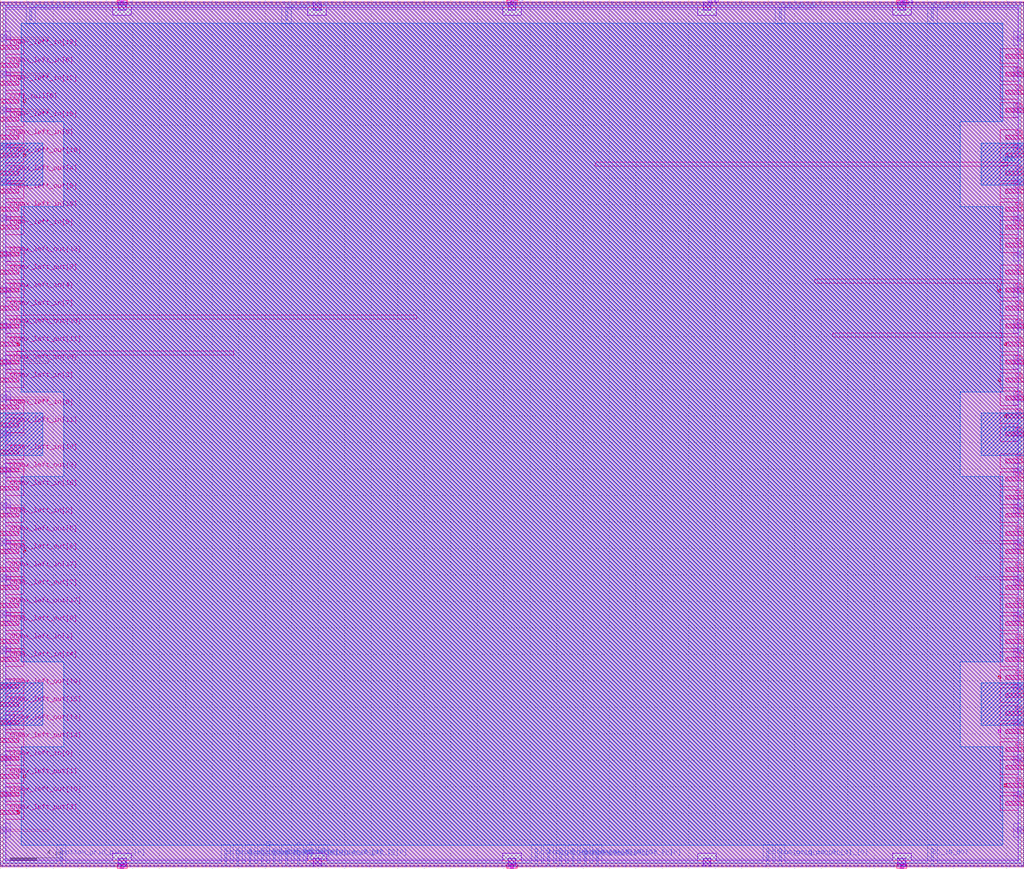
<source format=lef>
VERSION 5.7 ;
BUSBITCHARS "[]" ;

UNITS
  DATABASE MICRONS 1000 ;
END UNITS

MANUFACTURINGGRID 0.005 ;

LAYER li1
  TYPE ROUTING ;
  DIRECTION VERTICAL ;
  PITCH 0.46 ;
  WIDTH 0.17 ;
END li1

LAYER mcon
  TYPE CUT ;
END mcon

LAYER met1
  TYPE ROUTING ;
  DIRECTION HORIZONTAL ;
  PITCH 0.34 ;
  WIDTH 0.14 ;
END met1

LAYER via
  TYPE CUT ;
END via

LAYER met2
  TYPE ROUTING ;
  DIRECTION VERTICAL ;
  PITCH 0.46 ;
  WIDTH 0.14 ;
END met2

LAYER via2
  TYPE CUT ;
END via2

LAYER met3
  TYPE ROUTING ;
  DIRECTION HORIZONTAL ;
  PITCH 0.68 ;
  WIDTH 0.3 ;
END met3

LAYER via3
  TYPE CUT ;
END via3

LAYER met4
  TYPE ROUTING ;
  DIRECTION VERTICAL ;
  PITCH 0.92 ;
  WIDTH 0.3 ;
END met4

LAYER via4
  TYPE CUT ;
END via4

LAYER met5
  TYPE ROUTING ;
  DIRECTION HORIZONTAL ;
  PITCH 3.4 ;
  WIDTH 1.6 ;
END met5

LAYER nwell
  TYPE MASTERSLICE ;
END nwell

LAYER pwell
  TYPE MASTERSLICE ;
END pwell

LAYER OVERLAP
  TYPE OVERLAP ;
END OVERLAP

VIA L1M1_PR
  LAYER li1 ;
    RECT -0.085 -0.085 0.085 0.085 ;
  LAYER mcon ;
    RECT -0.085 -0.085 0.085 0.085 ;
  LAYER met1 ;
    RECT -0.145 -0.115 0.145 0.115 ;
END L1M1_PR

VIA L1M1_PR_R
  LAYER li1 ;
    RECT -0.085 -0.085 0.085 0.085 ;
  LAYER mcon ;
    RECT -0.085 -0.085 0.085 0.085 ;
  LAYER met1 ;
    RECT -0.115 -0.145 0.115 0.145 ;
END L1M1_PR_R

VIA L1M1_PR_M
  LAYER li1 ;
    RECT -0.085 -0.085 0.085 0.085 ;
  LAYER mcon ;
    RECT -0.085 -0.085 0.085 0.085 ;
  LAYER met1 ;
    RECT -0.115 -0.145 0.115 0.145 ;
END L1M1_PR_M

VIA L1M1_PR_MR
  LAYER li1 ;
    RECT -0.085 -0.085 0.085 0.085 ;
  LAYER mcon ;
    RECT -0.085 -0.085 0.085 0.085 ;
  LAYER met1 ;
    RECT -0.145 -0.115 0.145 0.115 ;
END L1M1_PR_MR

VIA L1M1_PR_C
  LAYER li1 ;
    RECT -0.085 -0.085 0.085 0.085 ;
  LAYER mcon ;
    RECT -0.085 -0.085 0.085 0.085 ;
  LAYER met1 ;
    RECT -0.145 -0.145 0.145 0.145 ;
END L1M1_PR_C

VIA M1M2_PR
  LAYER met1 ;
    RECT -0.16 -0.13 0.16 0.13 ;
  LAYER via ;
    RECT -0.075 -0.075 0.075 0.075 ;
  LAYER met2 ;
    RECT -0.13 -0.16 0.13 0.16 ;
END M1M2_PR

VIA M1M2_PR_Enc
  LAYER met1 ;
    RECT -0.16 -0.13 0.16 0.13 ;
  LAYER via ;
    RECT -0.075 -0.075 0.075 0.075 ;
  LAYER met2 ;
    RECT -0.16 -0.13 0.16 0.13 ;
END M1M2_PR_Enc

VIA M1M2_PR_R
  LAYER met1 ;
    RECT -0.13 -0.16 0.13 0.16 ;
  LAYER via ;
    RECT -0.075 -0.075 0.075 0.075 ;
  LAYER met2 ;
    RECT -0.16 -0.13 0.16 0.13 ;
END M1M2_PR_R

VIA M1M2_PR_R_Enc
  LAYER met1 ;
    RECT -0.13 -0.16 0.13 0.16 ;
  LAYER via ;
    RECT -0.075 -0.075 0.075 0.075 ;
  LAYER met2 ;
    RECT -0.13 -0.16 0.13 0.16 ;
END M1M2_PR_R_Enc

VIA M1M2_PR_M
  LAYER met1 ;
    RECT -0.16 -0.13 0.16 0.13 ;
  LAYER via ;
    RECT -0.075 -0.075 0.075 0.075 ;
  LAYER met2 ;
    RECT -0.16 -0.13 0.16 0.13 ;
END M1M2_PR_M

VIA M1M2_PR_M_Enc
  LAYER met1 ;
    RECT -0.16 -0.13 0.16 0.13 ;
  LAYER via ;
    RECT -0.075 -0.075 0.075 0.075 ;
  LAYER met2 ;
    RECT -0.13 -0.16 0.13 0.16 ;
END M1M2_PR_M_Enc

VIA M1M2_PR_MR
  LAYER met1 ;
    RECT -0.13 -0.16 0.13 0.16 ;
  LAYER via ;
    RECT -0.075 -0.075 0.075 0.075 ;
  LAYER met2 ;
    RECT -0.13 -0.16 0.13 0.16 ;
END M1M2_PR_MR

VIA M1M2_PR_MR_Enc
  LAYER met1 ;
    RECT -0.13 -0.16 0.13 0.16 ;
  LAYER via ;
    RECT -0.075 -0.075 0.075 0.075 ;
  LAYER met2 ;
    RECT -0.16 -0.13 0.16 0.13 ;
END M1M2_PR_MR_Enc

VIA M1M2_PR_C
  LAYER met1 ;
    RECT -0.16 -0.16 0.16 0.16 ;
  LAYER via ;
    RECT -0.075 -0.075 0.075 0.075 ;
  LAYER met2 ;
    RECT -0.16 -0.16 0.16 0.16 ;
END M1M2_PR_C

VIA M2M3_PR
  LAYER met2 ;
    RECT -0.14 -0.185 0.14 0.185 ;
  LAYER via2 ;
    RECT -0.1 -0.1 0.1 0.1 ;
  LAYER met3 ;
    RECT -0.165 -0.165 0.165 0.165 ;
END M2M3_PR

VIA M2M3_PR_R
  LAYER met2 ;
    RECT -0.185 -0.14 0.185 0.14 ;
  LAYER via2 ;
    RECT -0.1 -0.1 0.1 0.1 ;
  LAYER met3 ;
    RECT -0.165 -0.165 0.165 0.165 ;
END M2M3_PR_R

VIA M2M3_PR_M
  LAYER met2 ;
    RECT -0.14 -0.185 0.14 0.185 ;
  LAYER via2 ;
    RECT -0.1 -0.1 0.1 0.1 ;
  LAYER met3 ;
    RECT -0.165 -0.165 0.165 0.165 ;
END M2M3_PR_M

VIA M2M3_PR_MR
  LAYER met2 ;
    RECT -0.185 -0.14 0.185 0.14 ;
  LAYER via2 ;
    RECT -0.1 -0.1 0.1 0.1 ;
  LAYER met3 ;
    RECT -0.165 -0.165 0.165 0.165 ;
END M2M3_PR_MR

VIA M2M3_PR_C
  LAYER met2 ;
    RECT -0.185 -0.185 0.185 0.185 ;
  LAYER via2 ;
    RECT -0.1 -0.1 0.1 0.1 ;
  LAYER met3 ;
    RECT -0.165 -0.165 0.165 0.165 ;
END M2M3_PR_C

VIA M3M4_PR
  LAYER met3 ;
    RECT -0.19 -0.16 0.19 0.16 ;
  LAYER via3 ;
    RECT -0.1 -0.1 0.1 0.1 ;
  LAYER met4 ;
    RECT -0.165 -0.165 0.165 0.165 ;
END M3M4_PR

VIA M3M4_PR_R
  LAYER met3 ;
    RECT -0.16 -0.19 0.16 0.19 ;
  LAYER via3 ;
    RECT -0.1 -0.1 0.1 0.1 ;
  LAYER met4 ;
    RECT -0.165 -0.165 0.165 0.165 ;
END M3M4_PR_R

VIA M3M4_PR_M
  LAYER met3 ;
    RECT -0.19 -0.16 0.19 0.16 ;
  LAYER via3 ;
    RECT -0.1 -0.1 0.1 0.1 ;
  LAYER met4 ;
    RECT -0.165 -0.165 0.165 0.165 ;
END M3M4_PR_M

VIA M3M4_PR_MR
  LAYER met3 ;
    RECT -0.16 -0.19 0.16 0.19 ;
  LAYER via3 ;
    RECT -0.1 -0.1 0.1 0.1 ;
  LAYER met4 ;
    RECT -0.165 -0.165 0.165 0.165 ;
END M3M4_PR_MR

VIA M3M4_PR_C
  LAYER met3 ;
    RECT -0.19 -0.19 0.19 0.19 ;
  LAYER via3 ;
    RECT -0.1 -0.1 0.1 0.1 ;
  LAYER met4 ;
    RECT -0.165 -0.165 0.165 0.165 ;
END M3M4_PR_C

VIA M4M5_PR
  LAYER met4 ;
    RECT -0.59 -0.59 0.59 0.59 ;
  LAYER via4 ;
    RECT -0.4 -0.4 0.4 0.4 ;
  LAYER met5 ;
    RECT -0.71 -0.71 0.71 0.71 ;
END M4M5_PR

VIA M4M5_PR_R
  LAYER met4 ;
    RECT -0.59 -0.59 0.59 0.59 ;
  LAYER via4 ;
    RECT -0.4 -0.4 0.4 0.4 ;
  LAYER met5 ;
    RECT -0.71 -0.71 0.71 0.71 ;
END M4M5_PR_R

VIA M4M5_PR_M
  LAYER met4 ;
    RECT -0.59 -0.59 0.59 0.59 ;
  LAYER via4 ;
    RECT -0.4 -0.4 0.4 0.4 ;
  LAYER met5 ;
    RECT -0.71 -0.71 0.71 0.71 ;
END M4M5_PR_M

VIA M4M5_PR_MR
  LAYER met4 ;
    RECT -0.59 -0.59 0.59 0.59 ;
  LAYER via4 ;
    RECT -0.4 -0.4 0.4 0.4 ;
  LAYER met5 ;
    RECT -0.71 -0.71 0.71 0.71 ;
END M4M5_PR_MR

VIA M4M5_PR_C
  LAYER met4 ;
    RECT -0.59 -0.59 0.59 0.59 ;
  LAYER via4 ;
    RECT -0.4 -0.4 0.4 0.4 ;
  LAYER met5 ;
    RECT -0.71 -0.71 0.71 0.71 ;
END M4M5_PR_C

SITE unit
  CLASS CORE ;
  SYMMETRY Y ;
  SIZE 0.46 BY 2.72 ;
END unit

SITE unithddbl
  CLASS CORE ;
  SIZE 0.46 BY 5.44 ;
END unithddbl

MACRO cbx_1__1_
  CLASS BLOCK ;
  ORIGIN 0 0 ;
  SIZE 77.28 BY 65.28 ;
  SYMMETRY X Y ;
  PIN prog_clk[0]
    DIRECTION INPUT ;
    USE CLOCK ;
    PORT
      LAYER met2 ;
        RECT 2.23 63.92 2.37 65.28 ;
    END
  END prog_clk[0]
  PIN chanx_left_in[0]
    DIRECTION INPUT ;
    USE SIGNAL ;
    PORT
      LAYER met3 ;
        RECT 0 8.01 1.38 8.31 ;
    END
  END chanx_left_in[0]
  PIN chanx_left_in[1]
    DIRECTION INPUT ;
    USE SIGNAL ;
    PORT
      LAYER met3 ;
        RECT 0 16.85 1.38 17.15 ;
    END
  END chanx_left_in[1]
  PIN chanx_left_in[2]
    DIRECTION INPUT ;
    USE SIGNAL ;
    PORT
      LAYER met3 ;
        RECT 0 26.37 1.38 26.67 ;
    END
  END chanx_left_in[2]
  PIN chanx_left_in[3]
    DIRECTION INPUT ;
    USE SIGNAL ;
    PORT
      LAYER met3 ;
        RECT 0 36.57 1.38 36.87 ;
    END
  END chanx_left_in[3]
  PIN chanx_left_in[4]
    DIRECTION INPUT ;
    USE SIGNAL ;
    PORT
      LAYER met3 ;
        RECT 0 43.37 1.38 43.67 ;
    END
  END chanx_left_in[4]
  PIN chanx_left_in[5]
    DIRECTION INPUT ;
    USE SIGNAL ;
    PORT
      LAYER met3 ;
        RECT 0 48.13 1.38 48.43 ;
    END
  END chanx_left_in[5]
  PIN chanx_left_in[6]
    DIRECTION INPUT ;
    USE SIGNAL ;
    PORT
      LAYER met3 ;
        RECT 0 34.53 1.38 34.83 ;
    END
  END chanx_left_in[6]
  PIN chanx_left_in[7]
    DIRECTION INPUT ;
    USE SIGNAL ;
    PORT
      LAYER met3 ;
        RECT 0 42.01 1.38 42.31 ;
    END
  END chanx_left_in[7]
  PIN chanx_left_in[8]
    DIRECTION INPUT ;
    USE SIGNAL ;
    PORT
      LAYER met3 ;
        RECT 0 60.37 1.38 60.67 ;
    END
  END chanx_left_in[8]
  PIN chanx_left_in[9]
    DIRECTION INPUT ;
    USE SIGNAL ;
    PORT
      LAYER met3 ;
        RECT 0 54.93 1.38 55.23 ;
    END
  END chanx_left_in[9]
  PIN chanx_left_in[10]
    DIRECTION INPUT ;
    USE SIGNAL ;
    PORT
      LAYER met3 ;
        RECT 0 31.13 1.38 31.43 ;
    END
  END chanx_left_in[10]
  PIN chanx_left_in[11]
    DIRECTION INPUT ;
    USE SIGNAL ;
    PORT
      LAYER met3 ;
        RECT 0 33.17 1.38 33.47 ;
    END
  END chanx_left_in[11]
  PIN chanx_left_in[12]
    DIRECTION INPUT ;
    USE SIGNAL ;
    PORT
      LAYER met3 ;
        RECT 0 59.01 1.38 59.31 ;
    END
  END chanx_left_in[12]
  PIN chanx_left_in[13]
    DIRECTION INPUT ;
    USE SIGNAL ;
    PORT
      LAYER met3 ;
        RECT 0 61.73 1.38 62.03 ;
    END
  END chanx_left_in[13]
  PIN chanx_left_in[14]
    DIRECTION INPUT ;
    USE SIGNAL ;
    PORT
      LAYER met3 ;
        RECT 0 15.49 1.38 15.79 ;
    END
  END chanx_left_in[14]
  PIN chanx_left_in[15]
    DIRECTION INPUT ;
    USE SIGNAL ;
    PORT
      LAYER met3 ;
        RECT 0 56.29 1.38 56.59 ;
    END
  END chanx_left_in[15]
  PIN chanx_left_in[16]
    DIRECTION INPUT ;
    USE SIGNAL ;
    PORT
      LAYER met3 ;
        RECT 0 28.41 1.38 28.71 ;
    END
  END chanx_left_in[16]
  PIN chanx_left_in[17]
    DIRECTION INPUT ;
    USE SIGNAL ;
    PORT
      LAYER met3 ;
        RECT 0 22.29 1.38 22.59 ;
    END
  END chanx_left_in[17]
  PIN chanx_left_in[18]
    DIRECTION INPUT ;
    USE SIGNAL ;
    PORT
      LAYER met3 ;
        RECT 0 37.93 1.38 38.23 ;
    END
  END chanx_left_in[18]
  PIN chanx_left_in[19]
    DIRECTION INPUT ;
    USE SIGNAL ;
    PORT
      LAYER met3 ;
        RECT 0 49.49 1.38 49.79 ;
    END
  END chanx_left_in[19]
  PIN chanx_right_in[0]
    DIRECTION INPUT ;
    USE SIGNAL ;
    PORT
      LAYER met3 ;
        RECT 75.9 29.09 77.28 29.39 ;
    END
  END chanx_right_in[0]
  PIN chanx_right_in[1]
    DIRECTION INPUT ;
    USE SIGNAL ;
    PORT
      LAYER met3 ;
        RECT 75.9 40.65 77.28 40.95 ;
    END
  END chanx_right_in[1]
  PIN chanx_right_in[2]
    DIRECTION INPUT ;
    USE SIGNAL ;
    PORT
      LAYER met3 ;
        RECT 75.9 54.93 77.28 55.23 ;
    END
  END chanx_right_in[2]
  PIN chanx_right_in[3]
    DIRECTION INPUT ;
    USE SIGNAL ;
    PORT
      LAYER met3 ;
        RECT 75.9 11.41 77.28 11.71 ;
    END
  END chanx_right_in[3]
  PIN chanx_right_in[4]
    DIRECTION INPUT ;
    USE SIGNAL ;
    PORT
      LAYER met3 ;
        RECT 75.9 32.49 77.28 32.79 ;
    END
  END chanx_right_in[4]
  PIN chanx_right_in[5]
    DIRECTION INPUT ;
    USE SIGNAL ;
    PORT
      LAYER met3 ;
        RECT 75.9 30.45 77.28 30.75 ;
    END
  END chanx_right_in[5]
  PIN chanx_right_in[6]
    DIRECTION INPUT ;
    USE SIGNAL ;
    PORT
      LAYER met3 ;
        RECT 75.9 22.29 77.28 22.59 ;
    END
  END chanx_right_in[6]
  PIN chanx_right_in[7]
    DIRECTION INPUT ;
    USE SIGNAL ;
    PORT
      LAYER met3 ;
        RECT 75.9 37.93 77.28 38.23 ;
    END
  END chanx_right_in[7]
  PIN chanx_right_in[8]
    DIRECTION INPUT ;
    USE SIGNAL ;
    PORT
      LAYER met3 ;
        RECT 75.9 27.73 77.28 28.03 ;
    END
  END chanx_right_in[8]
  PIN chanx_right_in[9]
    DIRECTION INPUT ;
    USE SIGNAL ;
    PORT
      LAYER met3 ;
        RECT 75.9 16.85 77.28 17.15 ;
    END
  END chanx_right_in[9]
  PIN chanx_right_in[10]
    DIRECTION INPUT ;
    USE SIGNAL ;
    PORT
      LAYER met3 ;
        RECT 75.9 50.85 77.28 51.15 ;
    END
  END chanx_right_in[10]
  PIN chanx_right_in[11]
    DIRECTION INPUT ;
    USE SIGNAL ;
    PORT
      LAYER met3 ;
        RECT 75.9 33.85 77.28 34.15 ;
    END
  END chanx_right_in[11]
  PIN chanx_right_in[12]
    DIRECTION INPUT ;
    USE SIGNAL ;
    PORT
      LAYER met3 ;
        RECT 75.9 10.05 77.28 10.35 ;
    END
  END chanx_right_in[12]
  PIN chanx_right_in[13]
    DIRECTION INPUT ;
    USE SIGNAL ;
    PORT
      LAYER met3 ;
        RECT 75.9 4.61 77.28 4.91 ;
    END
  END chanx_right_in[13]
  PIN chanx_right_in[14]
    DIRECTION INPUT ;
    USE SIGNAL ;
    PORT
      LAYER met3 ;
        RECT 75.9 8.69 77.28 8.99 ;
    END
  END chanx_right_in[14]
  PIN chanx_right_in[15]
    DIRECTION INPUT ;
    USE SIGNAL ;
    PORT
      LAYER met3 ;
        RECT 75.9 23.65 77.28 23.95 ;
    END
  END chanx_right_in[15]
  PIN chanx_right_in[16]
    DIRECTION INPUT ;
    USE SIGNAL ;
    PORT
      LAYER met3 ;
        RECT 75.9 43.37 77.28 43.67 ;
    END
  END chanx_right_in[16]
  PIN chanx_right_in[17]
    DIRECTION INPUT ;
    USE SIGNAL ;
    PORT
      LAYER met3 ;
        RECT 75.9 20.93 77.28 21.23 ;
    END
  END chanx_right_in[17]
  PIN chanx_right_in[18]
    DIRECTION INPUT ;
    USE SIGNAL ;
    PORT
      LAYER met3 ;
        RECT 75.9 15.49 77.28 15.79 ;
    END
  END chanx_right_in[18]
  PIN chanx_right_in[19]
    DIRECTION INPUT ;
    USE SIGNAL ;
    PORT
      LAYER met3 ;
        RECT 75.9 52.21 77.28 52.51 ;
    END
  END chanx_right_in[19]
  PIN ccff_head[0]
    DIRECTION INPUT ;
    USE SIGNAL ;
    PORT
      LAYER met3 ;
        RECT 75.9 46.77 77.28 47.07 ;
    END
  END ccff_head[0]
  PIN chanx_left_out[0]
    DIRECTION OUTPUT ;
    USE SIGNAL ;
    PORT
      LAYER met3 ;
        RECT 0 18.21 1.38 18.51 ;
    END
  END chanx_left_out[0]
  PIN chanx_left_out[1]
    DIRECTION OUTPUT ;
    USE SIGNAL ;
    PORT
      LAYER met3 ;
        RECT 0 6.65 1.38 6.95 ;
    END
  END chanx_left_out[1]
  PIN chanx_left_out[2]
    DIRECTION OUTPUT ;
    USE SIGNAL ;
    PORT
      LAYER met3 ;
        RECT 0 29.77 1.38 30.07 ;
    END
  END chanx_left_out[2]
  PIN chanx_left_out[3]
    DIRECTION OUTPUT ;
    USE SIGNAL ;
    PORT
      LAYER met3 ;
        RECT 0 3.93 1.38 4.23 ;
    END
  END chanx_left_out[3]
  PIN chanx_left_out[4]
    DIRECTION OUTPUT ;
    USE SIGNAL ;
    PORT
      LAYER met3 ;
        RECT 0 52.21 1.38 52.51 ;
    END
  END chanx_left_out[4]
  PIN chanx_left_out[5]
    DIRECTION OUTPUT ;
    USE SIGNAL ;
    PORT
      LAYER met3 ;
        RECT 0 50.85 1.38 51.15 ;
    END
  END chanx_left_out[5]
  PIN chanx_left_out[6]
    DIRECTION OUTPUT ;
    USE SIGNAL ;
    PORT
      LAYER met3 ;
        RECT 0 23.65 1.38 23.95 ;
    END
  END chanx_left_out[6]
  PIN chanx_left_out[7]
    DIRECTION OUTPUT ;
    USE SIGNAL ;
    PORT
      LAYER met3 ;
        RECT 0 20.93 1.38 21.23 ;
    END
  END chanx_left_out[7]
  PIN chanx_left_out[8]
    DIRECTION OUTPUT ;
    USE SIGNAL ;
    PORT
      LAYER met3 ;
        RECT 0 25.01 1.38 25.31 ;
    END
  END chanx_left_out[8]
  PIN chanx_left_out[9]
    DIRECTION OUTPUT ;
    USE SIGNAL ;
    PORT
      LAYER met3 ;
        RECT 0 44.73 1.38 45.03 ;
    END
  END chanx_left_out[9]
  PIN chanx_left_out[10]
    DIRECTION OUTPUT ;
    USE SIGNAL ;
    PORT
      LAYER met3 ;
        RECT 0 5.29 1.38 5.59 ;
    END
  END chanx_left_out[10]
  PIN chanx_left_out[11]
    DIRECTION OUTPUT ;
    USE SIGNAL ;
    PORT
      LAYER met3 ;
        RECT 0 39.29 1.38 39.59 ;
    END
  END chanx_left_out[11]
  PIN chanx_left_out[12]
    DIRECTION OUTPUT ;
    USE SIGNAL ;
    PORT
      LAYER met3 ;
        RECT 0 46.09 1.38 46.39 ;
    END
  END chanx_left_out[12]
  PIN chanx_left_out[13]
    DIRECTION OUTPUT ;
    USE SIGNAL ;
    PORT
      LAYER met3 ;
        RECT 0 10.73 1.38 11.03 ;
    END
  END chanx_left_out[13]
  PIN chanx_left_out[14]
    DIRECTION OUTPUT ;
    USE SIGNAL ;
    PORT
      LAYER met3 ;
        RECT 0 9.37 1.38 9.67 ;
    END
  END chanx_left_out[14]
  PIN chanx_left_out[15]
    DIRECTION OUTPUT ;
    USE SIGNAL ;
    PORT
      LAYER met3 ;
        RECT 0 12.09 1.38 12.39 ;
    END
  END chanx_left_out[15]
  PIN chanx_left_out[16]
    DIRECTION OUTPUT ;
    USE SIGNAL ;
    PORT
      LAYER met3 ;
        RECT 0 53.57 1.38 53.87 ;
    END
  END chanx_left_out[16]
  PIN chanx_left_out[17]
    DIRECTION OUTPUT ;
    USE SIGNAL ;
    PORT
      LAYER met3 ;
        RECT 0 19.57 1.38 19.87 ;
    END
  END chanx_left_out[17]
  PIN chanx_left_out[18]
    DIRECTION OUTPUT ;
    USE SIGNAL ;
    PORT
      LAYER met3 ;
        RECT 0 40.65 1.38 40.95 ;
    END
  END chanx_left_out[18]
  PIN chanx_left_out[19]
    DIRECTION OUTPUT ;
    USE SIGNAL ;
    PORT
      LAYER met3 ;
        RECT 0 13.45 1.38 13.75 ;
    END
  END chanx_left_out[19]
  PIN chanx_right_out[0]
    DIRECTION OUTPUT ;
    USE SIGNAL ;
    PORT
      LAYER met3 ;
        RECT 75.9 35.21 77.28 35.51 ;
    END
  END chanx_right_out[0]
  PIN chanx_right_out[1]
    DIRECTION OUTPUT ;
    USE SIGNAL ;
    PORT
      LAYER met3 ;
        RECT 75.9 7.33 77.28 7.63 ;
    END
  END chanx_right_out[1]
  PIN chanx_right_out[2]
    DIRECTION OUTPUT ;
    USE SIGNAL ;
    PORT
      LAYER met3 ;
        RECT 75.9 26.37 77.28 26.67 ;
    END
  END chanx_right_out[2]
  PIN chanx_right_out[3]
    DIRECTION OUTPUT ;
    USE SIGNAL ;
    PORT
      LAYER met3 ;
        RECT 75.9 18.21 77.28 18.51 ;
    END
  END chanx_right_out[3]
  PIN chanx_right_out[4]
    DIRECTION OUTPUT ;
    USE SIGNAL ;
    PORT
      LAYER met3 ;
        RECT 75.9 19.57 77.28 19.87 ;
    END
  END chanx_right_out[4]
  PIN chanx_right_out[5]
    DIRECTION OUTPUT ;
    USE SIGNAL ;
    PORT
      LAYER met3 ;
        RECT 75.9 14.13 77.28 14.43 ;
    END
  END chanx_right_out[5]
  PIN chanx_right_out[6]
    DIRECTION OUTPUT ;
    USE SIGNAL ;
    PORT
      LAYER met3 ;
        RECT 75.9 5.97 77.28 6.27 ;
    END
  END chanx_right_out[6]
  PIN chanx_right_out[7]
    DIRECTION OUTPUT ;
    USE SIGNAL ;
    PORT
      LAYER met3 ;
        RECT 75.9 49.49 77.28 49.79 ;
    END
  END chanx_right_out[7]
  PIN chanx_right_out[8]
    DIRECTION OUTPUT ;
    USE SIGNAL ;
    PORT
      LAYER met3 ;
        RECT 75.9 53.57 77.28 53.87 ;
    END
  END chanx_right_out[8]
  PIN chanx_right_out[9]
    DIRECTION OUTPUT ;
    USE SIGNAL ;
    PORT
      LAYER met3 ;
        RECT 75.9 44.73 77.28 45.03 ;
    END
  END chanx_right_out[9]
  PIN chanx_right_out[10]
    DIRECTION OUTPUT ;
    USE SIGNAL ;
    PORT
      LAYER met3 ;
        RECT 75.9 25.01 77.28 25.31 ;
    END
  END chanx_right_out[10]
  PIN chanx_right_out[11]
    DIRECTION OUTPUT ;
    USE SIGNAL ;
    PORT
      LAYER met3 ;
        RECT 75.9 42.01 77.28 42.31 ;
    END
  END chanx_right_out[11]
  PIN chanx_right_out[12]
    DIRECTION OUTPUT ;
    USE SIGNAL ;
    PORT
      LAYER met3 ;
        RECT 75.9 48.13 77.28 48.43 ;
    END
  END chanx_right_out[12]
  PIN chanx_right_out[13]
    DIRECTION OUTPUT ;
    USE SIGNAL ;
    PORT
      LAYER met3 ;
        RECT 75.9 39.29 77.28 39.59 ;
    END
  END chanx_right_out[13]
  PIN chanx_right_out[14]
    DIRECTION OUTPUT ;
    USE SIGNAL ;
    PORT
      LAYER met3 ;
        RECT 75.9 61.05 77.28 61.35 ;
    END
  END chanx_right_out[14]
  PIN chanx_right_out[15]
    DIRECTION OUTPUT ;
    USE SIGNAL ;
    PORT
      LAYER met3 ;
        RECT 75.9 36.57 77.28 36.87 ;
    END
  END chanx_right_out[15]
  PIN chanx_right_out[16]
    DIRECTION OUTPUT ;
    USE SIGNAL ;
    PORT
      LAYER met3 ;
        RECT 75.9 56.97 77.28 57.27 ;
    END
  END chanx_right_out[16]
  PIN chanx_right_out[17]
    DIRECTION OUTPUT ;
    USE SIGNAL ;
    PORT
      LAYER met3 ;
        RECT 75.9 58.33 77.28 58.63 ;
    END
  END chanx_right_out[17]
  PIN chanx_right_out[18]
    DIRECTION OUTPUT ;
    USE SIGNAL ;
    PORT
      LAYER met3 ;
        RECT 75.9 59.69 77.28 59.99 ;
    END
  END chanx_right_out[18]
  PIN chanx_right_out[19]
    DIRECTION OUTPUT ;
    USE SIGNAL ;
    PORT
      LAYER met3 ;
        RECT 75.9 12.77 77.28 13.07 ;
    END
  END chanx_right_out[19]
  PIN bottom_grid_pin_0_[0]
    DIRECTION OUTPUT ;
    USE SIGNAL ;
    PORT
      LAYER met2 ;
        RECT 45.01 0 45.15 1.36 ;
    END
  END bottom_grid_pin_0_[0]
  PIN bottom_grid_pin_1_[0]
    DIRECTION OUTPUT ;
    USE SIGNAL ;
    PORT
      LAYER met2 ;
        RECT 19.71 0 19.85 1.36 ;
    END
  END bottom_grid_pin_1_[0]
  PIN bottom_grid_pin_2_[0]
    DIRECTION OUTPUT ;
    USE SIGNAL ;
    PORT
      LAYER met2 ;
        RECT 4.53 0 4.67 1.36 ;
    END
  END bottom_grid_pin_2_[0]
  PIN bottom_grid_pin_3_[0]
    DIRECTION OUTPUT ;
    USE SIGNAL ;
    PORT
      LAYER met2 ;
        RECT 22.47 0 22.61 1.36 ;
    END
  END bottom_grid_pin_3_[0]
  PIN bottom_grid_pin_4_[0]
    DIRECTION OUTPUT ;
    USE SIGNAL ;
    PORT
      LAYER met2 ;
        RECT 41.33 0 41.47 1.36 ;
    END
  END bottom_grid_pin_4_[0]
  PIN bottom_grid_pin_5_[0]
    DIRECTION OUTPUT ;
    USE SIGNAL ;
    PORT
      LAYER met2 ;
        RECT 42.25 0 42.39 1.36 ;
    END
  END bottom_grid_pin_5_[0]
  PIN bottom_grid_pin_6_[0]
    DIRECTION OUTPUT ;
    USE SIGNAL ;
    PORT
      LAYER met2 ;
        RECT 40.41 0 40.55 1.36 ;
    END
  END bottom_grid_pin_6_[0]
  PIN bottom_grid_pin_7_[0]
    DIRECTION OUTPUT ;
    USE SIGNAL ;
    PORT
      LAYER met2 ;
        RECT 24.31 0 24.45 1.36 ;
    END
  END bottom_grid_pin_7_[0]
  PIN bottom_grid_pin_8_[0]
    DIRECTION OUTPUT ;
    USE SIGNAL ;
    PORT
      LAYER met2 ;
        RECT 43.17 0 43.31 1.36 ;
    END
  END bottom_grid_pin_8_[0]
  PIN bottom_grid_pin_9_[0]
    DIRECTION OUTPUT ;
    USE SIGNAL ;
    PORT
      LAYER met2 ;
        RECT 57.89 0 58.03 1.36 ;
    END
  END bottom_grid_pin_9_[0]
  PIN bottom_grid_pin_10_[0]
    DIRECTION OUTPUT ;
    USE SIGNAL ;
    PORT
      LAYER met2 ;
        RECT 44.09 0 44.23 1.36 ;
    END
  END bottom_grid_pin_10_[0]
  PIN bottom_grid_pin_11_[0]
    DIRECTION OUTPUT ;
    USE SIGNAL ;
    PORT
      LAYER met2 ;
        RECT 58.81 0 58.95 1.36 ;
    END
  END bottom_grid_pin_11_[0]
  PIN bottom_grid_pin_12_[0]
    DIRECTION OUTPUT ;
    USE SIGNAL ;
    PORT
      LAYER met2 ;
        RECT 23.39 0 23.53 1.36 ;
    END
  END bottom_grid_pin_12_[0]
  PIN bottom_grid_pin_13_[0]
    DIRECTION OUTPUT ;
    USE SIGNAL ;
    PORT
      LAYER met2 ;
        RECT 17.87 0 18.01 1.36 ;
    END
  END bottom_grid_pin_13_[0]
  PIN bottom_grid_pin_14_[0]
    DIRECTION OUTPUT ;
    USE SIGNAL ;
    PORT
      LAYER met2 ;
        RECT 18.79 0 18.93 1.36 ;
    END
  END bottom_grid_pin_14_[0]
  PIN bottom_grid_pin_15_[0]
    DIRECTION OUTPUT ;
    USE SIGNAL ;
    PORT
      LAYER met2 ;
        RECT 16.95 0 17.09 1.36 ;
    END
  END bottom_grid_pin_15_[0]
  PIN ccff_tail[0]
    DIRECTION OUTPUT ;
    USE SIGNAL ;
    PORT
      LAYER met3 ;
        RECT 0 57.65 1.38 57.95 ;
    END
  END ccff_tail[0]
  PIN CLB_SC_IN
    DIRECTION INPUT ;
    USE SIGNAL ;
    PORT
      LAYER met2 ;
        RECT 58.81 63.92 58.95 65.28 ;
    END
  END CLB_SC_IN
  PIN CLB_SC_OUT
    DIRECTION OUTPUT ;
    USE SIGNAL ;
    PORT
      LAYER met2 ;
        RECT 21.55 0 21.69 1.36 ;
    END
  END CLB_SC_OUT
  PIN SC_IN_TOP
    DIRECTION INPUT ;
    USE SIGNAL ;
    PORT
      LAYER met2 ;
        RECT 70.31 63.92 70.45 65.28 ;
    END
  END SC_IN_TOP
  PIN SC_IN_BOT
    DIRECTION INPUT ;
    USE SIGNAL ;
    PORT
      LAYER met2 ;
        RECT 70.31 0 70.45 1.36 ;
    END
  END SC_IN_BOT
  PIN SC_OUT_TOP
    DIRECTION OUTPUT ;
    USE SIGNAL ;
    PORT
      LAYER met2 ;
        RECT 21.55 63.92 21.69 65.28 ;
    END
  END SC_OUT_TOP
  PIN SC_OUT_BOT
    DIRECTION OUTPUT ;
    USE SIGNAL ;
    PORT
      LAYER met2 ;
        RECT 20.63 0 20.77 1.36 ;
    END
  END SC_OUT_BOT
  PIN VDD
    DIRECTION INPUT ;
    USE POWER ;
    PORT
      LAYER met4 ;
        RECT 23.62 0 24.22 0.6 ;
        RECT 53.06 0 53.66 0.6 ;
        RECT 23.62 64.68 24.22 65.28 ;
        RECT 53.06 64.68 53.66 65.28 ;
      LAYER met5 ;
        RECT 0 10.64 3.2 13.84 ;
        RECT 74.08 10.64 77.28 13.84 ;
        RECT 0 51.44 3.2 54.64 ;
        RECT 74.08 51.44 77.28 54.64 ;
      LAYER met1 ;
        RECT 0 2.48 0.48 2.96 ;
        RECT 76.8 2.48 77.28 2.96 ;
        RECT 0 7.92 0.48 8.4 ;
        RECT 76.8 7.92 77.28 8.4 ;
        RECT 0 13.36 0.48 13.84 ;
        RECT 76.8 13.36 77.28 13.84 ;
        RECT 0 18.8 0.48 19.28 ;
        RECT 76.8 18.8 77.28 19.28 ;
        RECT 0 24.24 0.48 24.72 ;
        RECT 76.8 24.24 77.28 24.72 ;
        RECT 0 29.68 0.48 30.16 ;
        RECT 76.8 29.68 77.28 30.16 ;
        RECT 0 35.12 0.48 35.6 ;
        RECT 76.8 35.12 77.28 35.6 ;
        RECT 0 40.56 0.48 41.04 ;
        RECT 76.8 40.56 77.28 41.04 ;
        RECT 0 46 0.48 46.48 ;
        RECT 76.8 46 77.28 46.48 ;
        RECT 0 51.44 0.48 51.92 ;
        RECT 76.8 51.44 77.28 51.92 ;
        RECT 0 56.88 0.48 57.36 ;
        RECT 76.8 56.88 77.28 57.36 ;
        RECT 0 62.32 0.48 62.8 ;
        RECT 76.8 62.32 77.28 62.8 ;
    END
  END VDD
  PIN VSS
    DIRECTION INPUT ;
    USE GROUND ;
    PORT
      LAYER met4 ;
        RECT 8.9 0 9.5 0.6 ;
        RECT 38.34 0 38.94 0.6 ;
        RECT 67.78 0 68.38 0.6 ;
        RECT 8.9 64.68 9.5 65.28 ;
        RECT 38.34 64.68 38.94 65.28 ;
        RECT 67.78 64.68 68.38 65.28 ;
      LAYER met5 ;
        RECT 0 31.04 3.2 34.24 ;
        RECT 74.08 31.04 77.28 34.24 ;
      LAYER met1 ;
        RECT 0 0 77.28 0.24 ;
        RECT 0 5.2 0.48 5.68 ;
        RECT 76.8 5.2 77.28 5.68 ;
        RECT 0 10.64 0.48 11.12 ;
        RECT 76.8 10.64 77.28 11.12 ;
        RECT 0 16.08 0.48 16.56 ;
        RECT 76.8 16.08 77.28 16.56 ;
        RECT 0 21.52 0.48 22 ;
        RECT 76.8 21.52 77.28 22 ;
        RECT 0 26.96 0.48 27.44 ;
        RECT 76.8 26.96 77.28 27.44 ;
        RECT 0 32.4 0.48 32.88 ;
        RECT 76.8 32.4 77.28 32.88 ;
        RECT 0 37.84 0.48 38.32 ;
        RECT 76.8 37.84 77.28 38.32 ;
        RECT 0 43.28 0.48 43.76 ;
        RECT 76.8 43.28 77.28 43.76 ;
        RECT 0 48.72 0.48 49.2 ;
        RECT 76.8 48.72 77.28 49.2 ;
        RECT 0 54.16 0.48 54.64 ;
        RECT 76.8 54.16 77.28 54.64 ;
        RECT 0 59.6 0.48 60.08 ;
        RECT 76.8 59.6 77.28 60.08 ;
        RECT 0 65.04 77.28 65.28 ;
    END
  END VSS
  OBS
    LAYER li1 ;
      RECT 0 65.195 77.28 65.365 ;
      RECT 76.36 62.475 77.28 62.645 ;
      RECT 0 62.475 3.68 62.645 ;
      RECT 76.36 59.755 77.28 59.925 ;
      RECT 0 59.755 3.68 59.925 ;
      RECT 76.36 57.035 77.28 57.205 ;
      RECT 0 57.035 3.68 57.205 ;
      RECT 76.36 54.315 77.28 54.485 ;
      RECT 0 54.315 1.84 54.485 ;
      RECT 76.36 51.595 77.28 51.765 ;
      RECT 0 51.595 1.84 51.765 ;
      RECT 76.36 48.875 77.28 49.045 ;
      RECT 0 48.875 1.84 49.045 ;
      RECT 76.36 46.155 77.28 46.325 ;
      RECT 0 46.155 1.84 46.325 ;
      RECT 76.36 43.435 77.28 43.605 ;
      RECT 0 43.435 1.84 43.605 ;
      RECT 76.36 40.715 77.28 40.885 ;
      RECT 0 40.715 1.84 40.885 ;
      RECT 76.36 37.995 77.28 38.165 ;
      RECT 0 37.995 3.68 38.165 ;
      RECT 76.36 35.275 77.28 35.445 ;
      RECT 0 35.275 3.68 35.445 ;
      RECT 76.36 32.555 77.28 32.725 ;
      RECT 0 32.555 1.84 32.725 ;
      RECT 76.36 29.835 77.28 30.005 ;
      RECT 0 29.835 1.84 30.005 ;
      RECT 76.36 27.115 77.28 27.285 ;
      RECT 0 27.115 1.84 27.285 ;
      RECT 73.6 24.395 77.28 24.565 ;
      RECT 0 24.395 1.84 24.565 ;
      RECT 73.6 21.675 77.28 21.845 ;
      RECT 0 21.675 1.84 21.845 ;
      RECT 76.36 18.955 77.28 19.125 ;
      RECT 0 18.955 1.84 19.125 ;
      RECT 76.36 16.235 77.28 16.405 ;
      RECT 0 16.235 1.84 16.405 ;
      RECT 76.36 13.515 77.28 13.685 ;
      RECT 0 13.515 1.84 13.685 ;
      RECT 76.36 10.795 77.28 10.965 ;
      RECT 0 10.795 1.84 10.965 ;
      RECT 76.36 8.075 77.28 8.245 ;
      RECT 0 8.075 1.84 8.245 ;
      RECT 76.36 5.355 77.28 5.525 ;
      RECT 0 5.355 1.84 5.525 ;
      RECT 76.36 2.635 77.28 2.805 ;
      RECT 0 2.635 3.68 2.805 ;
      RECT 0 -0.085 77.28 0.085 ;
    LAYER met2 ;
      RECT 67.94 65.095 68.22 65.465 ;
      RECT 38.5 65.095 38.78 65.465 ;
      RECT 9.06 65.095 9.34 65.465 ;
      RECT 20.11 1.54 20.37 1.86 ;
      RECT 67.94 -0.185 68.22 0.185 ;
      RECT 38.5 -0.185 38.78 0.185 ;
      RECT 9.06 -0.185 9.34 0.185 ;
      POLYGON 77 65 77 0.28 70.73 0.28 70.73 1.64 70.03 1.64 70.03 0.28 59.23 0.28 59.23 1.64 58.53 1.64 58.53 0.28 58.31 0.28 58.31 1.64 57.61 1.64 57.61 0.28 45.43 0.28 45.43 1.64 44.73 1.64 44.73 0.28 44.51 0.28 44.51 1.64 43.81 1.64 43.81 0.28 43.59 0.28 43.59 1.64 42.89 1.64 42.89 0.28 42.67 0.28 42.67 1.64 41.97 1.64 41.97 0.28 41.75 0.28 41.75 1.64 41.05 1.64 41.05 0.28 40.83 0.28 40.83 1.64 40.13 1.64 40.13 0.28 24.73 0.28 24.73 1.64 24.03 1.64 24.03 0.28 23.81 0.28 23.81 1.64 23.11 1.64 23.11 0.28 22.89 0.28 22.89 1.64 22.19 1.64 22.19 0.28 21.97 0.28 21.97 1.64 21.27 1.64 21.27 0.28 21.05 0.28 21.05 1.64 20.35 1.64 20.35 0.28 20.13 0.28 20.13 1.64 19.43 1.64 19.43 0.28 19.21 0.28 19.21 1.64 18.51 1.64 18.51 0.28 18.29 0.28 18.29 1.64 17.59 1.64 17.59 0.28 17.37 0.28 17.37 1.64 16.67 1.64 16.67 0.28 4.95 0.28 4.95 1.64 4.25 1.64 4.25 0.28 0.28 0.28 0.28 65 1.95 65 1.95 63.64 2.65 63.64 2.65 65 21.27 65 21.27 63.64 21.97 63.64 21.97 65 58.53 65 58.53 63.64 59.23 63.64 59.23 65 70.03 65 70.03 63.64 70.73 63.64 70.73 65 ;
    LAYER met3 ;
      POLYGON 68.245 65.445 68.245 65.44 68.46 65.44 68.46 65.12 68.245 65.12 68.245 65.115 67.915 65.115 67.915 65.12 67.7 65.12 67.7 65.44 67.915 65.44 67.915 65.445 ;
      POLYGON 38.805 65.445 38.805 65.44 39.02 65.44 39.02 65.12 38.805 65.12 38.805 65.115 38.475 65.115 38.475 65.12 38.26 65.12 38.26 65.44 38.475 65.44 38.475 65.445 ;
      POLYGON 9.365 65.445 9.365 65.44 9.58 65.44 9.58 65.12 9.365 65.12 9.365 65.115 9.035 65.115 9.035 65.12 8.82 65.12 8.82 65.44 9.035 65.44 9.035 65.445 ;
      POLYGON 76.065 53.205 76.065 52.875 75.735 52.875 75.735 52.89 44.93 52.89 44.93 53.19 75.735 53.19 75.735 53.205 ;
      POLYGON 75.59 44.35 75.59 44.07 75.5 44.07 75.5 43.355 75.275 43.355 75.275 43.685 75.29 43.685 75.29 44.05 61.49 44.05 61.49 44.35 ;
      POLYGON 31.43 41.63 31.43 41.33 1.23 41.33 1.23 41.61 1.78 41.61 1.78 41.63 ;
      POLYGON 75.63 40.28 75.63 39.96 75.25 39.96 75.25 39.97 62.87 39.97 62.87 40.27 75.25 40.27 75.25 40.28 ;
      POLYGON 17.63 38.91 17.63 38.61 1.78 38.61 1.78 38.63 1.23 38.63 1.23 38.91 ;
      POLYGON 68.245 0.165 68.245 0.16 68.46 0.16 68.46 -0.16 68.245 -0.16 68.245 -0.165 67.915 -0.165 67.915 -0.16 67.7 -0.16 67.7 0.16 67.915 0.16 67.915 0.165 ;
      POLYGON 38.805 0.165 38.805 0.16 39.02 0.16 39.02 -0.16 38.805 -0.16 38.805 -0.165 38.475 -0.165 38.475 -0.16 38.26 -0.16 38.26 0.16 38.475 0.16 38.475 0.165 ;
      POLYGON 9.365 0.165 9.365 0.16 9.58 0.16 9.58 -0.16 9.365 -0.16 9.365 -0.165 9.035 -0.165 9.035 -0.16 8.82 -0.16 8.82 0.16 9.035 0.16 9.035 0.165 ;
      POLYGON 76.88 64.88 76.88 61.75 75.5 61.75 75.5 60.65 76.88 60.65 76.88 60.39 75.5 60.39 75.5 59.29 76.88 59.29 76.88 59.03 75.5 59.03 75.5 57.93 76.88 57.93 76.88 57.67 75.5 57.67 75.5 56.57 76.88 56.57 76.88 55.63 75.5 55.63 75.5 54.53 76.88 54.53 76.88 54.27 75.5 54.27 75.5 53.17 76.88 53.17 76.88 52.91 75.5 52.91 75.5 51.81 76.88 51.81 76.88 51.55 75.5 51.55 75.5 50.45 76.88 50.45 76.88 50.19 75.5 50.19 75.5 49.09 76.88 49.09 76.88 48.83 75.5 48.83 75.5 47.73 76.88 47.73 76.88 47.47 75.5 47.47 75.5 46.37 76.88 46.37 76.88 45.43 75.5 45.43 75.5 44.33 76.88 44.33 76.88 44.07 75.5 44.07 75.5 42.97 76.88 42.97 76.88 42.71 75.5 42.71 75.5 41.61 76.88 41.61 76.88 41.35 75.5 41.35 75.5 40.25 76.88 40.25 76.88 39.99 75.5 39.99 75.5 38.89 76.88 38.89 76.88 38.63 75.5 38.63 75.5 37.53 76.88 37.53 76.88 37.27 75.5 37.27 75.5 36.17 76.88 36.17 76.88 35.91 75.5 35.91 75.5 34.81 76.88 34.81 76.88 34.55 75.5 34.55 75.5 33.45 76.88 33.45 76.88 33.19 75.5 33.19 75.5 32.09 76.88 32.09 76.88 31.15 75.5 31.15 75.5 30.05 76.88 30.05 76.88 29.79 75.5 29.79 75.5 28.69 76.88 28.69 76.88 28.43 75.5 28.43 75.5 27.33 76.88 27.33 76.88 27.07 75.5 27.07 75.5 25.97 76.88 25.97 76.88 25.71 75.5 25.71 75.5 24.61 76.88 24.61 76.88 24.35 75.5 24.35 75.5 23.25 76.88 23.25 76.88 22.99 75.5 22.99 75.5 21.89 76.88 21.89 76.88 21.63 75.5 21.63 75.5 20.53 76.88 20.53 76.88 20.27 75.5 20.27 75.5 19.17 76.88 19.17 76.88 18.91 75.5 18.91 75.5 17.81 76.88 17.81 76.88 17.55 75.5 17.55 75.5 16.45 76.88 16.45 76.88 16.19 75.5 16.19 75.5 15.09 76.88 15.09 76.88 14.83 75.5 14.83 75.5 13.73 76.88 13.73 76.88 13.47 75.5 13.47 75.5 12.37 76.88 12.37 76.88 12.11 75.5 12.11 75.5 11.01 76.88 11.01 76.88 10.75 75.5 10.75 75.5 9.65 76.88 9.65 76.88 9.39 75.5 9.39 75.5 8.29 76.88 8.29 76.88 8.03 75.5 8.03 75.5 6.93 76.88 6.93 76.88 6.67 75.5 6.67 75.5 5.57 76.88 5.57 76.88 5.31 75.5 5.31 75.5 4.21 76.88 4.21 76.88 0.4 0.4 0.4 0.4 3.53 1.78 3.53 1.78 4.63 0.4 4.63 0.4 4.89 1.78 4.89 1.78 5.99 0.4 5.99 0.4 6.25 1.78 6.25 1.78 7.35 0.4 7.35 0.4 7.61 1.78 7.61 1.78 8.71 0.4 8.71 0.4 8.97 1.78 8.97 1.78 10.07 0.4 10.07 0.4 10.33 1.78 10.33 1.78 11.43 0.4 11.43 0.4 11.69 1.78 11.69 1.78 12.79 0.4 12.79 0.4 13.05 1.78 13.05 1.78 14.15 0.4 14.15 0.4 15.09 1.78 15.09 1.78 16.19 0.4 16.19 0.4 16.45 1.78 16.45 1.78 17.55 0.4 17.55 0.4 17.81 1.78 17.81 1.78 18.91 0.4 18.91 0.4 19.17 1.78 19.17 1.78 20.27 0.4 20.27 0.4 20.53 1.78 20.53 1.78 21.63 0.4 21.63 0.4 21.89 1.78 21.89 1.78 22.99 0.4 22.99 0.4 23.25 1.78 23.25 1.78 24.35 0.4 24.35 0.4 24.61 1.78 24.61 1.78 25.71 0.4 25.71 0.4 25.97 1.78 25.97 1.78 27.07 0.4 27.07 0.4 28.01 1.78 28.01 1.78 29.11 0.4 29.11 0.4 29.37 1.78 29.37 1.78 30.47 0.4 30.47 0.4 30.73 1.78 30.73 1.78 31.83 0.4 31.83 0.4 32.77 1.78 32.77 1.78 33.87 0.4 33.87 0.4 34.13 1.78 34.13 1.78 35.23 0.4 35.23 0.4 36.17 1.78 36.17 1.78 37.27 0.4 37.27 0.4 37.53 1.78 37.53 1.78 38.63 0.4 38.63 0.4 38.89 1.78 38.89 1.78 39.99 0.4 39.99 0.4 40.25 1.78 40.25 1.78 41.35 0.4 41.35 0.4 41.61 1.78 41.61 1.78 42.71 0.4 42.71 0.4 42.97 1.78 42.97 1.78 44.07 0.4 44.07 0.4 44.33 1.78 44.33 1.78 45.43 0.4 45.43 0.4 45.69 1.78 45.69 1.78 46.79 0.4 46.79 0.4 47.73 1.78 47.73 1.78 48.83 0.4 48.83 0.4 49.09 1.78 49.09 1.78 50.19 0.4 50.19 0.4 50.45 1.78 50.45 1.78 51.55 0.4 51.55 0.4 51.81 1.78 51.81 1.78 52.91 0.4 52.91 0.4 53.17 1.78 53.17 1.78 54.27 0.4 54.27 0.4 54.53 1.78 54.53 1.78 55.63 0.4 55.63 0.4 55.89 1.78 55.89 1.78 56.99 0.4 56.99 0.4 57.25 1.78 57.25 1.78 58.35 0.4 58.35 0.4 58.61 1.78 58.61 1.78 59.71 0.4 59.71 0.4 59.97 1.78 59.97 1.78 61.07 0.4 61.07 0.4 61.33 1.78 61.33 1.78 62.43 0.4 62.43 0.4 64.88 ;
    LAYER met1 ;
      POLYGON 77 64.76 77 63.08 76.52 63.08 76.52 62.04 77 62.04 77 60.36 76.52 60.36 76.52 59.32 77 59.32 77 57.64 76.52 57.64 76.52 56.6 77 56.6 77 54.92 76.52 54.92 76.52 53.88 77 53.88 77 52.2 76.52 52.2 76.52 51.16 77 51.16 77 49.48 76.52 49.48 76.52 48.44 77 48.44 77 46.76 76.52 46.76 76.52 45.72 77 45.72 77 44.04 76.52 44.04 76.52 43 77 43 77 41.32 76.52 41.32 76.52 40.28 77 40.28 77 38.6 76.52 38.6 76.52 37.56 77 37.56 77 35.88 76.52 35.88 76.52 34.84 77 34.84 77 33.16 76.52 33.16 76.52 32.12 77 32.12 77 30.44 76.52 30.44 76.52 29.4 77 29.4 77 27.72 76.52 27.72 76.52 26.68 77 26.68 77 25 76.52 25 76.52 23.96 77 23.96 77 22.28 76.52 22.28 76.52 21.24 77 21.24 77 19.56 76.52 19.56 76.52 18.52 77 18.52 77 16.84 76.52 16.84 76.52 15.8 77 15.8 77 14.12 76.52 14.12 76.52 13.08 77 13.08 77 11.4 76.52 11.4 76.52 10.36 77 10.36 77 8.68 76.52 8.68 76.52 7.64 77 7.64 77 5.96 76.52 5.96 76.52 4.92 77 4.92 77 3.24 76.52 3.24 76.52 2.2 77 2.2 77 0.52 0.28 0.52 0.28 2.2 0.76 2.2 0.76 3.24 0.28 3.24 0.28 4.92 0.76 4.92 0.76 5.96 0.28 5.96 0.28 7.64 0.76 7.64 0.76 8.68 0.28 8.68 0.28 10.36 0.76 10.36 0.76 11.4 0.28 11.4 0.28 13.08 0.76 13.08 0.76 14.12 0.28 14.12 0.28 15.8 0.76 15.8 0.76 16.84 0.28 16.84 0.28 18.52 0.76 18.52 0.76 19.56 0.28 19.56 0.28 21.24 0.76 21.24 0.76 22.28 0.28 22.28 0.28 23.96 0.76 23.96 0.76 25 0.28 25 0.28 26.68 0.76 26.68 0.76 27.72 0.28 27.72 0.28 29.4 0.76 29.4 0.76 30.44 0.28 30.44 0.28 32.12 0.76 32.12 0.76 33.16 0.28 33.16 0.28 34.84 0.76 34.84 0.76 35.88 0.28 35.88 0.28 37.56 0.76 37.56 0.76 38.6 0.28 38.6 0.28 40.28 0.76 40.28 0.76 41.32 0.28 41.32 0.28 43 0.76 43 0.76 44.04 0.28 44.04 0.28 45.72 0.76 45.72 0.76 46.76 0.28 46.76 0.28 48.44 0.76 48.44 0.76 49.48 0.28 49.48 0.28 51.16 0.76 51.16 0.76 52.2 0.28 52.2 0.28 53.88 0.76 53.88 0.76 54.92 0.28 54.92 0.28 56.6 0.76 56.6 0.76 57.64 0.28 57.64 0.28 59.32 0.76 59.32 0.76 60.36 0.28 60.36 0.28 62.04 0.76 62.04 0.76 63.08 0.28 63.08 0.28 64.76 ;
    LAYER met5 ;
      POLYGON 75.68 63.68 75.68 56.24 72.48 56.24 72.48 49.84 75.68 49.84 75.68 35.84 72.48 35.84 72.48 29.44 75.68 29.44 75.68 15.44 72.48 15.44 72.48 9.04 75.68 9.04 75.68 1.6 1.6 1.6 1.6 9.04 4.8 9.04 4.8 15.44 1.6 15.44 1.6 29.44 4.8 29.44 4.8 35.84 1.6 35.84 1.6 49.84 4.8 49.84 4.8 56.24 1.6 56.24 1.6 63.68 ;
    LAYER met4 ;
      POLYGON 76.88 64.88 76.88 0.4 68.78 0.4 68.78 1 67.38 1 67.38 0.4 54.06 0.4 54.06 1 52.66 1 52.66 0.4 39.34 0.4 39.34 1 37.94 1 37.94 0.4 24.62 0.4 24.62 1 23.22 1 23.22 0.4 9.9 0.4 9.9 1 8.5 1 8.5 0.4 0.4 0.4 0.4 64.88 8.5 64.88 8.5 64.28 9.9 64.28 9.9 64.88 23.22 64.88 23.22 64.28 24.62 64.28 24.62 64.88 37.94 64.88 37.94 64.28 39.34 64.28 39.34 64.88 52.66 64.88 52.66 64.28 54.06 64.28 54.06 64.88 67.38 64.88 67.38 64.28 68.78 64.28 68.78 64.88 ;
    LAYER li1 ;
      RECT 0.17 0.17 77.11 65.11 ;
    LAYER mcon ;
      RECT 76.965 65.195 77.135 65.365 ;
      RECT 76.505 65.195 76.675 65.365 ;
      RECT 76.045 65.195 76.215 65.365 ;
      RECT 75.585 65.195 75.755 65.365 ;
      RECT 75.125 65.195 75.295 65.365 ;
      RECT 74.665 65.195 74.835 65.365 ;
      RECT 74.205 65.195 74.375 65.365 ;
      RECT 73.745 65.195 73.915 65.365 ;
      RECT 73.285 65.195 73.455 65.365 ;
      RECT 72.825 65.195 72.995 65.365 ;
      RECT 72.365 65.195 72.535 65.365 ;
      RECT 71.905 65.195 72.075 65.365 ;
      RECT 71.445 65.195 71.615 65.365 ;
      RECT 70.985 65.195 71.155 65.365 ;
      RECT 70.525 65.195 70.695 65.365 ;
      RECT 70.065 65.195 70.235 65.365 ;
      RECT 69.605 65.195 69.775 65.365 ;
      RECT 69.145 65.195 69.315 65.365 ;
      RECT 68.685 65.195 68.855 65.365 ;
      RECT 68.225 65.195 68.395 65.365 ;
      RECT 67.765 65.195 67.935 65.365 ;
      RECT 67.305 65.195 67.475 65.365 ;
      RECT 66.845 65.195 67.015 65.365 ;
      RECT 66.385 65.195 66.555 65.365 ;
      RECT 65.925 65.195 66.095 65.365 ;
      RECT 65.465 65.195 65.635 65.365 ;
      RECT 65.005 65.195 65.175 65.365 ;
      RECT 64.545 65.195 64.715 65.365 ;
      RECT 64.085 65.195 64.255 65.365 ;
      RECT 63.625 65.195 63.795 65.365 ;
      RECT 63.165 65.195 63.335 65.365 ;
      RECT 62.705 65.195 62.875 65.365 ;
      RECT 62.245 65.195 62.415 65.365 ;
      RECT 61.785 65.195 61.955 65.365 ;
      RECT 61.325 65.195 61.495 65.365 ;
      RECT 60.865 65.195 61.035 65.365 ;
      RECT 60.405 65.195 60.575 65.365 ;
      RECT 59.945 65.195 60.115 65.365 ;
      RECT 59.485 65.195 59.655 65.365 ;
      RECT 59.025 65.195 59.195 65.365 ;
      RECT 58.565 65.195 58.735 65.365 ;
      RECT 58.105 65.195 58.275 65.365 ;
      RECT 57.645 65.195 57.815 65.365 ;
      RECT 57.185 65.195 57.355 65.365 ;
      RECT 56.725 65.195 56.895 65.365 ;
      RECT 56.265 65.195 56.435 65.365 ;
      RECT 55.805 65.195 55.975 65.365 ;
      RECT 55.345 65.195 55.515 65.365 ;
      RECT 54.885 65.195 55.055 65.365 ;
      RECT 54.425 65.195 54.595 65.365 ;
      RECT 53.965 65.195 54.135 65.365 ;
      RECT 53.505 65.195 53.675 65.365 ;
      RECT 53.045 65.195 53.215 65.365 ;
      RECT 52.585 65.195 52.755 65.365 ;
      RECT 52.125 65.195 52.295 65.365 ;
      RECT 51.665 65.195 51.835 65.365 ;
      RECT 51.205 65.195 51.375 65.365 ;
      RECT 50.745 65.195 50.915 65.365 ;
      RECT 50.285 65.195 50.455 65.365 ;
      RECT 49.825 65.195 49.995 65.365 ;
      RECT 49.365 65.195 49.535 65.365 ;
      RECT 48.905 65.195 49.075 65.365 ;
      RECT 48.445 65.195 48.615 65.365 ;
      RECT 47.985 65.195 48.155 65.365 ;
      RECT 47.525 65.195 47.695 65.365 ;
      RECT 47.065 65.195 47.235 65.365 ;
      RECT 46.605 65.195 46.775 65.365 ;
      RECT 46.145 65.195 46.315 65.365 ;
      RECT 45.685 65.195 45.855 65.365 ;
      RECT 45.225 65.195 45.395 65.365 ;
      RECT 44.765 65.195 44.935 65.365 ;
      RECT 44.305 65.195 44.475 65.365 ;
      RECT 43.845 65.195 44.015 65.365 ;
      RECT 43.385 65.195 43.555 65.365 ;
      RECT 42.925 65.195 43.095 65.365 ;
      RECT 42.465 65.195 42.635 65.365 ;
      RECT 42.005 65.195 42.175 65.365 ;
      RECT 41.545 65.195 41.715 65.365 ;
      RECT 41.085 65.195 41.255 65.365 ;
      RECT 40.625 65.195 40.795 65.365 ;
      RECT 40.165 65.195 40.335 65.365 ;
      RECT 39.705 65.195 39.875 65.365 ;
      RECT 39.245 65.195 39.415 65.365 ;
      RECT 38.785 65.195 38.955 65.365 ;
      RECT 38.325 65.195 38.495 65.365 ;
      RECT 37.865 65.195 38.035 65.365 ;
      RECT 37.405 65.195 37.575 65.365 ;
      RECT 36.945 65.195 37.115 65.365 ;
      RECT 36.485 65.195 36.655 65.365 ;
      RECT 36.025 65.195 36.195 65.365 ;
      RECT 35.565 65.195 35.735 65.365 ;
      RECT 35.105 65.195 35.275 65.365 ;
      RECT 34.645 65.195 34.815 65.365 ;
      RECT 34.185 65.195 34.355 65.365 ;
      RECT 33.725 65.195 33.895 65.365 ;
      RECT 33.265 65.195 33.435 65.365 ;
      RECT 32.805 65.195 32.975 65.365 ;
      RECT 32.345 65.195 32.515 65.365 ;
      RECT 31.885 65.195 32.055 65.365 ;
      RECT 31.425 65.195 31.595 65.365 ;
      RECT 30.965 65.195 31.135 65.365 ;
      RECT 30.505 65.195 30.675 65.365 ;
      RECT 30.045 65.195 30.215 65.365 ;
      RECT 29.585 65.195 29.755 65.365 ;
      RECT 29.125 65.195 29.295 65.365 ;
      RECT 28.665 65.195 28.835 65.365 ;
      RECT 28.205 65.195 28.375 65.365 ;
      RECT 27.745 65.195 27.915 65.365 ;
      RECT 27.285 65.195 27.455 65.365 ;
      RECT 26.825 65.195 26.995 65.365 ;
      RECT 26.365 65.195 26.535 65.365 ;
      RECT 25.905 65.195 26.075 65.365 ;
      RECT 25.445 65.195 25.615 65.365 ;
      RECT 24.985 65.195 25.155 65.365 ;
      RECT 24.525 65.195 24.695 65.365 ;
      RECT 24.065 65.195 24.235 65.365 ;
      RECT 23.605 65.195 23.775 65.365 ;
      RECT 23.145 65.195 23.315 65.365 ;
      RECT 22.685 65.195 22.855 65.365 ;
      RECT 22.225 65.195 22.395 65.365 ;
      RECT 21.765 65.195 21.935 65.365 ;
      RECT 21.305 65.195 21.475 65.365 ;
      RECT 20.845 65.195 21.015 65.365 ;
      RECT 20.385 65.195 20.555 65.365 ;
      RECT 19.925 65.195 20.095 65.365 ;
      RECT 19.465 65.195 19.635 65.365 ;
      RECT 19.005 65.195 19.175 65.365 ;
      RECT 18.545 65.195 18.715 65.365 ;
      RECT 18.085 65.195 18.255 65.365 ;
      RECT 17.625 65.195 17.795 65.365 ;
      RECT 17.165 65.195 17.335 65.365 ;
      RECT 16.705 65.195 16.875 65.365 ;
      RECT 16.245 65.195 16.415 65.365 ;
      RECT 15.785 65.195 15.955 65.365 ;
      RECT 15.325 65.195 15.495 65.365 ;
      RECT 14.865 65.195 15.035 65.365 ;
      RECT 14.405 65.195 14.575 65.365 ;
      RECT 13.945 65.195 14.115 65.365 ;
      RECT 13.485 65.195 13.655 65.365 ;
      RECT 13.025 65.195 13.195 65.365 ;
      RECT 12.565 65.195 12.735 65.365 ;
      RECT 12.105 65.195 12.275 65.365 ;
      RECT 11.645 65.195 11.815 65.365 ;
      RECT 11.185 65.195 11.355 65.365 ;
      RECT 10.725 65.195 10.895 65.365 ;
      RECT 10.265 65.195 10.435 65.365 ;
      RECT 9.805 65.195 9.975 65.365 ;
      RECT 9.345 65.195 9.515 65.365 ;
      RECT 8.885 65.195 9.055 65.365 ;
      RECT 8.425 65.195 8.595 65.365 ;
      RECT 7.965 65.195 8.135 65.365 ;
      RECT 7.505 65.195 7.675 65.365 ;
      RECT 7.045 65.195 7.215 65.365 ;
      RECT 6.585 65.195 6.755 65.365 ;
      RECT 6.125 65.195 6.295 65.365 ;
      RECT 5.665 65.195 5.835 65.365 ;
      RECT 5.205 65.195 5.375 65.365 ;
      RECT 4.745 65.195 4.915 65.365 ;
      RECT 4.285 65.195 4.455 65.365 ;
      RECT 3.825 65.195 3.995 65.365 ;
      RECT 3.365 65.195 3.535 65.365 ;
      RECT 2.905 65.195 3.075 65.365 ;
      RECT 2.445 65.195 2.615 65.365 ;
      RECT 1.985 65.195 2.155 65.365 ;
      RECT 1.525 65.195 1.695 65.365 ;
      RECT 1.065 65.195 1.235 65.365 ;
      RECT 0.605 65.195 0.775 65.365 ;
      RECT 0.145 65.195 0.315 65.365 ;
      RECT 76.965 62.475 77.135 62.645 ;
      RECT 76.505 62.475 76.675 62.645 ;
      RECT 0.605 62.475 0.775 62.645 ;
      RECT 0.145 62.475 0.315 62.645 ;
      RECT 76.965 59.755 77.135 59.925 ;
      RECT 76.505 59.755 76.675 59.925 ;
      RECT 0.605 59.755 0.775 59.925 ;
      RECT 0.145 59.755 0.315 59.925 ;
      RECT 76.965 57.035 77.135 57.205 ;
      RECT 76.505 57.035 76.675 57.205 ;
      RECT 0.605 57.035 0.775 57.205 ;
      RECT 0.145 57.035 0.315 57.205 ;
      RECT 76.965 54.315 77.135 54.485 ;
      RECT 76.505 54.315 76.675 54.485 ;
      RECT 0.605 54.315 0.775 54.485 ;
      RECT 0.145 54.315 0.315 54.485 ;
      RECT 76.965 51.595 77.135 51.765 ;
      RECT 76.505 51.595 76.675 51.765 ;
      RECT 0.605 51.595 0.775 51.765 ;
      RECT 0.145 51.595 0.315 51.765 ;
      RECT 76.965 48.875 77.135 49.045 ;
      RECT 76.505 48.875 76.675 49.045 ;
      RECT 0.605 48.875 0.775 49.045 ;
      RECT 0.145 48.875 0.315 49.045 ;
      RECT 76.965 46.155 77.135 46.325 ;
      RECT 76.505 46.155 76.675 46.325 ;
      RECT 0.605 46.155 0.775 46.325 ;
      RECT 0.145 46.155 0.315 46.325 ;
      RECT 76.965 43.435 77.135 43.605 ;
      RECT 76.505 43.435 76.675 43.605 ;
      RECT 0.605 43.435 0.775 43.605 ;
      RECT 0.145 43.435 0.315 43.605 ;
      RECT 76.965 40.715 77.135 40.885 ;
      RECT 76.505 40.715 76.675 40.885 ;
      RECT 0.605 40.715 0.775 40.885 ;
      RECT 0.145 40.715 0.315 40.885 ;
      RECT 76.965 37.995 77.135 38.165 ;
      RECT 76.505 37.995 76.675 38.165 ;
      RECT 0.605 37.995 0.775 38.165 ;
      RECT 0.145 37.995 0.315 38.165 ;
      RECT 76.965 35.275 77.135 35.445 ;
      RECT 76.505 35.275 76.675 35.445 ;
      RECT 0.605 35.275 0.775 35.445 ;
      RECT 0.145 35.275 0.315 35.445 ;
      RECT 76.965 32.555 77.135 32.725 ;
      RECT 76.505 32.555 76.675 32.725 ;
      RECT 0.605 32.555 0.775 32.725 ;
      RECT 0.145 32.555 0.315 32.725 ;
      RECT 76.965 29.835 77.135 30.005 ;
      RECT 76.505 29.835 76.675 30.005 ;
      RECT 0.605 29.835 0.775 30.005 ;
      RECT 0.145 29.835 0.315 30.005 ;
      RECT 76.965 27.115 77.135 27.285 ;
      RECT 76.505 27.115 76.675 27.285 ;
      RECT 0.605 27.115 0.775 27.285 ;
      RECT 0.145 27.115 0.315 27.285 ;
      RECT 76.965 24.395 77.135 24.565 ;
      RECT 76.505 24.395 76.675 24.565 ;
      RECT 0.605 24.395 0.775 24.565 ;
      RECT 0.145 24.395 0.315 24.565 ;
      RECT 76.965 21.675 77.135 21.845 ;
      RECT 76.505 21.675 76.675 21.845 ;
      RECT 0.605 21.675 0.775 21.845 ;
      RECT 0.145 21.675 0.315 21.845 ;
      RECT 76.965 18.955 77.135 19.125 ;
      RECT 76.505 18.955 76.675 19.125 ;
      RECT 0.605 18.955 0.775 19.125 ;
      RECT 0.145 18.955 0.315 19.125 ;
      RECT 76.965 16.235 77.135 16.405 ;
      RECT 76.505 16.235 76.675 16.405 ;
      RECT 0.605 16.235 0.775 16.405 ;
      RECT 0.145 16.235 0.315 16.405 ;
      RECT 76.965 13.515 77.135 13.685 ;
      RECT 76.505 13.515 76.675 13.685 ;
      RECT 0.605 13.515 0.775 13.685 ;
      RECT 0.145 13.515 0.315 13.685 ;
      RECT 76.965 10.795 77.135 10.965 ;
      RECT 76.505 10.795 76.675 10.965 ;
      RECT 0.605 10.795 0.775 10.965 ;
      RECT 0.145 10.795 0.315 10.965 ;
      RECT 76.965 8.075 77.135 8.245 ;
      RECT 76.505 8.075 76.675 8.245 ;
      RECT 0.605 8.075 0.775 8.245 ;
      RECT 0.145 8.075 0.315 8.245 ;
      RECT 76.965 5.355 77.135 5.525 ;
      RECT 76.505 5.355 76.675 5.525 ;
      RECT 0.605 5.355 0.775 5.525 ;
      RECT 0.145 5.355 0.315 5.525 ;
      RECT 76.965 2.635 77.135 2.805 ;
      RECT 76.505 2.635 76.675 2.805 ;
      RECT 0.605 2.635 0.775 2.805 ;
      RECT 0.145 2.635 0.315 2.805 ;
      RECT 76.965 -0.085 77.135 0.085 ;
      RECT 76.505 -0.085 76.675 0.085 ;
      RECT 76.045 -0.085 76.215 0.085 ;
      RECT 75.585 -0.085 75.755 0.085 ;
      RECT 75.125 -0.085 75.295 0.085 ;
      RECT 74.665 -0.085 74.835 0.085 ;
      RECT 74.205 -0.085 74.375 0.085 ;
      RECT 73.745 -0.085 73.915 0.085 ;
      RECT 73.285 -0.085 73.455 0.085 ;
      RECT 72.825 -0.085 72.995 0.085 ;
      RECT 72.365 -0.085 72.535 0.085 ;
      RECT 71.905 -0.085 72.075 0.085 ;
      RECT 71.445 -0.085 71.615 0.085 ;
      RECT 70.985 -0.085 71.155 0.085 ;
      RECT 70.525 -0.085 70.695 0.085 ;
      RECT 70.065 -0.085 70.235 0.085 ;
      RECT 69.605 -0.085 69.775 0.085 ;
      RECT 69.145 -0.085 69.315 0.085 ;
      RECT 68.685 -0.085 68.855 0.085 ;
      RECT 68.225 -0.085 68.395 0.085 ;
      RECT 67.765 -0.085 67.935 0.085 ;
      RECT 67.305 -0.085 67.475 0.085 ;
      RECT 66.845 -0.085 67.015 0.085 ;
      RECT 66.385 -0.085 66.555 0.085 ;
      RECT 65.925 -0.085 66.095 0.085 ;
      RECT 65.465 -0.085 65.635 0.085 ;
      RECT 65.005 -0.085 65.175 0.085 ;
      RECT 64.545 -0.085 64.715 0.085 ;
      RECT 64.085 -0.085 64.255 0.085 ;
      RECT 63.625 -0.085 63.795 0.085 ;
      RECT 63.165 -0.085 63.335 0.085 ;
      RECT 62.705 -0.085 62.875 0.085 ;
      RECT 62.245 -0.085 62.415 0.085 ;
      RECT 61.785 -0.085 61.955 0.085 ;
      RECT 61.325 -0.085 61.495 0.085 ;
      RECT 60.865 -0.085 61.035 0.085 ;
      RECT 60.405 -0.085 60.575 0.085 ;
      RECT 59.945 -0.085 60.115 0.085 ;
      RECT 59.485 -0.085 59.655 0.085 ;
      RECT 59.025 -0.085 59.195 0.085 ;
      RECT 58.565 -0.085 58.735 0.085 ;
      RECT 58.105 -0.085 58.275 0.085 ;
      RECT 57.645 -0.085 57.815 0.085 ;
      RECT 57.185 -0.085 57.355 0.085 ;
      RECT 56.725 -0.085 56.895 0.085 ;
      RECT 56.265 -0.085 56.435 0.085 ;
      RECT 55.805 -0.085 55.975 0.085 ;
      RECT 55.345 -0.085 55.515 0.085 ;
      RECT 54.885 -0.085 55.055 0.085 ;
      RECT 54.425 -0.085 54.595 0.085 ;
      RECT 53.965 -0.085 54.135 0.085 ;
      RECT 53.505 -0.085 53.675 0.085 ;
      RECT 53.045 -0.085 53.215 0.085 ;
      RECT 52.585 -0.085 52.755 0.085 ;
      RECT 52.125 -0.085 52.295 0.085 ;
      RECT 51.665 -0.085 51.835 0.085 ;
      RECT 51.205 -0.085 51.375 0.085 ;
      RECT 50.745 -0.085 50.915 0.085 ;
      RECT 50.285 -0.085 50.455 0.085 ;
      RECT 49.825 -0.085 49.995 0.085 ;
      RECT 49.365 -0.085 49.535 0.085 ;
      RECT 48.905 -0.085 49.075 0.085 ;
      RECT 48.445 -0.085 48.615 0.085 ;
      RECT 47.985 -0.085 48.155 0.085 ;
      RECT 47.525 -0.085 47.695 0.085 ;
      RECT 47.065 -0.085 47.235 0.085 ;
      RECT 46.605 -0.085 46.775 0.085 ;
      RECT 46.145 -0.085 46.315 0.085 ;
      RECT 45.685 -0.085 45.855 0.085 ;
      RECT 45.225 -0.085 45.395 0.085 ;
      RECT 44.765 -0.085 44.935 0.085 ;
      RECT 44.305 -0.085 44.475 0.085 ;
      RECT 43.845 -0.085 44.015 0.085 ;
      RECT 43.385 -0.085 43.555 0.085 ;
      RECT 42.925 -0.085 43.095 0.085 ;
      RECT 42.465 -0.085 42.635 0.085 ;
      RECT 42.005 -0.085 42.175 0.085 ;
      RECT 41.545 -0.085 41.715 0.085 ;
      RECT 41.085 -0.085 41.255 0.085 ;
      RECT 40.625 -0.085 40.795 0.085 ;
      RECT 40.165 -0.085 40.335 0.085 ;
      RECT 39.705 -0.085 39.875 0.085 ;
      RECT 39.245 -0.085 39.415 0.085 ;
      RECT 38.785 -0.085 38.955 0.085 ;
      RECT 38.325 -0.085 38.495 0.085 ;
      RECT 37.865 -0.085 38.035 0.085 ;
      RECT 37.405 -0.085 37.575 0.085 ;
      RECT 36.945 -0.085 37.115 0.085 ;
      RECT 36.485 -0.085 36.655 0.085 ;
      RECT 36.025 -0.085 36.195 0.085 ;
      RECT 35.565 -0.085 35.735 0.085 ;
      RECT 35.105 -0.085 35.275 0.085 ;
      RECT 34.645 -0.085 34.815 0.085 ;
      RECT 34.185 -0.085 34.355 0.085 ;
      RECT 33.725 -0.085 33.895 0.085 ;
      RECT 33.265 -0.085 33.435 0.085 ;
      RECT 32.805 -0.085 32.975 0.085 ;
      RECT 32.345 -0.085 32.515 0.085 ;
      RECT 31.885 -0.085 32.055 0.085 ;
      RECT 31.425 -0.085 31.595 0.085 ;
      RECT 30.965 -0.085 31.135 0.085 ;
      RECT 30.505 -0.085 30.675 0.085 ;
      RECT 30.045 -0.085 30.215 0.085 ;
      RECT 29.585 -0.085 29.755 0.085 ;
      RECT 29.125 -0.085 29.295 0.085 ;
      RECT 28.665 -0.085 28.835 0.085 ;
      RECT 28.205 -0.085 28.375 0.085 ;
      RECT 27.745 -0.085 27.915 0.085 ;
      RECT 27.285 -0.085 27.455 0.085 ;
      RECT 26.825 -0.085 26.995 0.085 ;
      RECT 26.365 -0.085 26.535 0.085 ;
      RECT 25.905 -0.085 26.075 0.085 ;
      RECT 25.445 -0.085 25.615 0.085 ;
      RECT 24.985 -0.085 25.155 0.085 ;
      RECT 24.525 -0.085 24.695 0.085 ;
      RECT 24.065 -0.085 24.235 0.085 ;
      RECT 23.605 -0.085 23.775 0.085 ;
      RECT 23.145 -0.085 23.315 0.085 ;
      RECT 22.685 -0.085 22.855 0.085 ;
      RECT 22.225 -0.085 22.395 0.085 ;
      RECT 21.765 -0.085 21.935 0.085 ;
      RECT 21.305 -0.085 21.475 0.085 ;
      RECT 20.845 -0.085 21.015 0.085 ;
      RECT 20.385 -0.085 20.555 0.085 ;
      RECT 19.925 -0.085 20.095 0.085 ;
      RECT 19.465 -0.085 19.635 0.085 ;
      RECT 19.005 -0.085 19.175 0.085 ;
      RECT 18.545 -0.085 18.715 0.085 ;
      RECT 18.085 -0.085 18.255 0.085 ;
      RECT 17.625 -0.085 17.795 0.085 ;
      RECT 17.165 -0.085 17.335 0.085 ;
      RECT 16.705 -0.085 16.875 0.085 ;
      RECT 16.245 -0.085 16.415 0.085 ;
      RECT 15.785 -0.085 15.955 0.085 ;
      RECT 15.325 -0.085 15.495 0.085 ;
      RECT 14.865 -0.085 15.035 0.085 ;
      RECT 14.405 -0.085 14.575 0.085 ;
      RECT 13.945 -0.085 14.115 0.085 ;
      RECT 13.485 -0.085 13.655 0.085 ;
      RECT 13.025 -0.085 13.195 0.085 ;
      RECT 12.565 -0.085 12.735 0.085 ;
      RECT 12.105 -0.085 12.275 0.085 ;
      RECT 11.645 -0.085 11.815 0.085 ;
      RECT 11.185 -0.085 11.355 0.085 ;
      RECT 10.725 -0.085 10.895 0.085 ;
      RECT 10.265 -0.085 10.435 0.085 ;
      RECT 9.805 -0.085 9.975 0.085 ;
      RECT 9.345 -0.085 9.515 0.085 ;
      RECT 8.885 -0.085 9.055 0.085 ;
      RECT 8.425 -0.085 8.595 0.085 ;
      RECT 7.965 -0.085 8.135 0.085 ;
      RECT 7.505 -0.085 7.675 0.085 ;
      RECT 7.045 -0.085 7.215 0.085 ;
      RECT 6.585 -0.085 6.755 0.085 ;
      RECT 6.125 -0.085 6.295 0.085 ;
      RECT 5.665 -0.085 5.835 0.085 ;
      RECT 5.205 -0.085 5.375 0.085 ;
      RECT 4.745 -0.085 4.915 0.085 ;
      RECT 4.285 -0.085 4.455 0.085 ;
      RECT 3.825 -0.085 3.995 0.085 ;
      RECT 3.365 -0.085 3.535 0.085 ;
      RECT 2.905 -0.085 3.075 0.085 ;
      RECT 2.445 -0.085 2.615 0.085 ;
      RECT 1.985 -0.085 2.155 0.085 ;
      RECT 1.525 -0.085 1.695 0.085 ;
      RECT 1.065 -0.085 1.235 0.085 ;
      RECT 0.605 -0.085 0.775 0.085 ;
      RECT 0.145 -0.085 0.315 0.085 ;
    LAYER via ;
      RECT 68.005 65.205 68.155 65.355 ;
      RECT 38.565 65.205 38.715 65.355 ;
      RECT 9.125 65.205 9.275 65.355 ;
      RECT 23.385 1.625 23.535 1.775 ;
      RECT 22.465 1.625 22.615 1.775 ;
      RECT 68.005 -0.075 68.155 0.075 ;
      RECT 38.565 -0.075 38.715 0.075 ;
      RECT 9.125 -0.075 9.275 0.075 ;
    LAYER via2 ;
      RECT 67.98 65.18 68.18 65.38 ;
      RECT 38.54 65.18 38.74 65.38 ;
      RECT 9.1 65.18 9.3 65.38 ;
      RECT 1.74 57.7 1.94 57.9 ;
      RECT 1.74 53.62 1.94 53.82 ;
      RECT 75.34 43.42 75.54 43.62 ;
      RECT 75.8 39.34 76 39.54 ;
      RECT 1.28 39.34 1.48 39.54 ;
      RECT 75.34 36.62 75.54 36.82 ;
      RECT 75.8 33.9 76 34.1 ;
      RECT 1.74 23.7 1.94 23.9 ;
      RECT 75.34 14.18 75.54 14.38 ;
      RECT 1.74 6.7 1.94 6.9 ;
      RECT 75.8 6.02 76 6.22 ;
      RECT 1.28 3.98 1.48 4.18 ;
      RECT 67.98 -0.1 68.18 0.1 ;
      RECT 38.54 -0.1 38.74 0.1 ;
      RECT 9.1 -0.1 9.3 0.1 ;
    LAYER via3 ;
      RECT 67.98 65.18 68.18 65.38 ;
      RECT 38.54 65.18 38.74 65.38 ;
      RECT 9.1 65.18 9.3 65.38 ;
      RECT 75.34 10.1 75.54 10.3 ;
      RECT 67.98 -0.1 68.18 0.1 ;
      RECT 38.54 -0.1 38.74 0.1 ;
      RECT 9.1 -0.1 9.3 0.1 ;
    LAYER OVERLAP ;
      POLYGON 0 0 0 65.28 77.28 65.28 77.28 0 ;
  END
END cbx_1__1_

END LIBRARY

</source>
